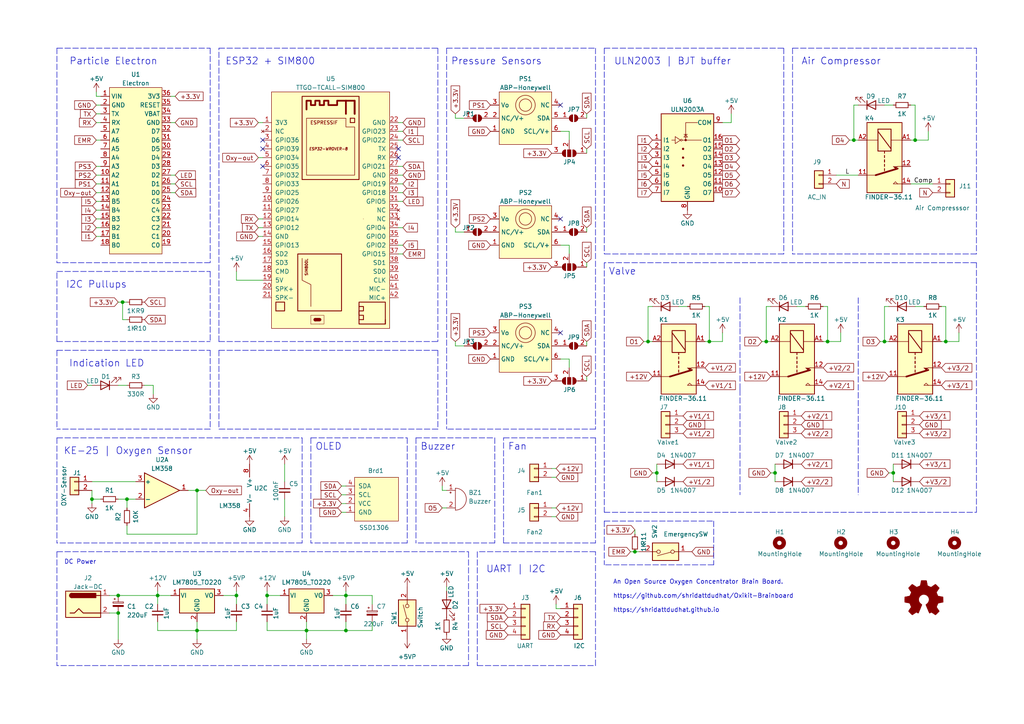
<source format=kicad_sch>
(kicad_sch (version 20210406) (generator eeschema)
  (paper "A4")
  (title_block (title "OxiKit-Brainboard") (date "2021-05-18") (rev "v1"))
  (junction (at 26.67 144.78) (diameter 0.9144))
  (junction (at 34.29 172.72) (diameter 0.9144))
  (junction (at 34.29 177.8) (diameter 0.9144))
  (junction (at 35.56 87.63) (diameter 0.9144))
  (junction (at 36.83 144.78) (diameter 0.9144))
  (junction (at 45.72 172.72) (diameter 0.9144))
  (junction (at 57.15 142.24) (diameter 0.9144))
  (junction (at 57.15 182.88) (diameter 0.9144))
  (junction (at 68.58 172.72) (diameter 0.9144))
  (junction (at 77.47 172.72) (diameter 0.9144))
  (junction (at 88.9 182.88) (diameter 0.9144))
  (junction (at 100.33 172.72) (diameter 0.9144))
  (junction (at 100.33 182.88) (diameter 0.9144))
  (junction (at 184.15 160.02) (diameter 0.9144))
  (junction (at 187.96 99.06) (diameter 0.9144))
  (junction (at 190.5 137.16) (diameter 0.9144))
  (junction (at 205.74 99.06) (diameter 0.9144))
  (junction (at 222.25 99.06) (diameter 0.9144))
  (junction (at 224.79 137.16) (diameter 0.9144))
  (junction (at 240.03 99.06) (diameter 0.9144))
  (junction (at 247.65 40.64) (diameter 0.9144))
  (junction (at 256.54 99.06) (diameter 0.9144))
  (junction (at 259.08 137.16) (diameter 0.9144))
  (junction (at 265.43 40.64) (diameter 0.9144))
  (junction (at 274.32 99.06) (diameter 0.9144))
  (no_connect (at 76.2 40.64))
  (no_connect (at 76.2 43.18))
  (no_connect (at 76.2 48.26))
  (no_connect (at 115.57 43.18))
  (no_connect (at 115.57 45.72))
  (no_connect (at 162.56 30.48))
  (no_connect (at 162.56 63.5))
  (no_connect (at 162.56 96.52))
  (wire (pts (xy 26.67 111.76) (xy 25.4 111.76)))
  (wire (pts (xy 26.67 139.7) (xy 39.37 139.7)))
  (wire (pts (xy 26.67 144.78) (xy 26.67 142.24)))
  (wire (pts (xy 26.67 144.78) (xy 29.21 144.78)))
  (wire (pts (xy 26.67 146.05) (xy 26.67 144.78)))
  (wire (pts (xy 27.94 26.67) (xy 27.94 27.94)))
  (wire (pts (xy 27.94 27.94) (xy 29.21 27.94)))
  (wire (pts (xy 27.94 30.48) (xy 29.21 30.48)))
  (wire (pts (xy 27.94 33.02) (xy 29.21 33.02)))
  (wire (pts (xy 27.94 35.56) (xy 29.21 35.56)))
  (wire (pts (xy 27.94 40.64) (xy 29.21 40.64)))
  (wire (pts (xy 27.94 48.26) (xy 29.21 48.26)))
  (wire (pts (xy 27.94 50.8) (xy 29.21 50.8)))
  (wire (pts (xy 27.94 53.34) (xy 29.21 53.34)))
  (wire (pts (xy 27.94 55.88) (xy 29.21 55.88)))
  (wire (pts (xy 27.94 58.42) (xy 29.21 58.42)))
  (wire (pts (xy 27.94 60.96) (xy 29.21 60.96)))
  (wire (pts (xy 27.94 63.5) (xy 29.21 63.5)))
  (wire (pts (xy 27.94 66.04) (xy 29.21 66.04)))
  (wire (pts (xy 27.94 68.58) (xy 29.21 68.58)))
  (wire (pts (xy 31.75 172.72) (xy 34.29 172.72)))
  (wire (pts (xy 31.75 177.8) (xy 34.29 177.8)))
  (wire (pts (xy 34.29 87.63) (xy 35.56 87.63)))
  (wire (pts (xy 34.29 111.76) (xy 36.83 111.76)))
  (wire (pts (xy 34.29 144.78) (xy 36.83 144.78)))
  (wire (pts (xy 34.29 172.72) (xy 45.72 172.72)))
  (wire (pts (xy 34.29 177.8) (xy 34.29 185.42)))
  (wire (pts (xy 35.56 87.63) (xy 36.83 87.63)))
  (wire (pts (xy 35.56 92.71) (xy 35.56 87.63)))
  (wire (pts (xy 36.83 92.71) (xy 35.56 92.71)))
  (wire (pts (xy 36.83 144.78) (xy 36.83 147.32)))
  (wire (pts (xy 36.83 144.78) (xy 39.37 144.78)))
  (wire (pts (xy 36.83 152.4) (xy 36.83 154.94)))
  (wire (pts (xy 36.83 154.94) (xy 57.15 154.94)))
  (wire (pts (xy 41.91 111.76) (xy 44.45 111.76)))
  (wire (pts (xy 44.45 114.3) (xy 44.45 111.76)))
  (wire (pts (xy 45.72 171.45) (xy 45.72 172.72)))
  (wire (pts (xy 45.72 172.72) (xy 45.72 175.26)))
  (wire (pts (xy 45.72 172.72) (xy 49.53 172.72)))
  (wire (pts (xy 45.72 180.34) (xy 45.72 182.88)))
  (wire (pts (xy 45.72 182.88) (xy 57.15 182.88)))
  (wire (pts (xy 49.53 27.94) (xy 50.8 27.94)))
  (wire (pts (xy 49.53 35.56) (xy 50.8 35.56)))
  (wire (pts (xy 49.53 53.34) (xy 50.8 53.34)))
  (wire (pts (xy 49.53 55.88) (xy 50.8 55.88)))
  (wire (pts (xy 50.8 50.8) (xy 49.53 50.8)))
  (wire (pts (xy 57.15 142.24) (xy 54.61 142.24)))
  (wire (pts (xy 57.15 142.24) (xy 57.15 154.94)))
  (wire (pts (xy 57.15 180.34) (xy 57.15 182.88)))
  (wire (pts (xy 57.15 182.88) (xy 57.15 185.42)))
  (wire (pts (xy 59.69 142.24) (xy 57.15 142.24)))
  (wire (pts (xy 64.77 172.72) (xy 68.58 172.72)))
  (wire (pts (xy 68.58 78.74) (xy 68.58 81.28)))
  (wire (pts (xy 68.58 81.28) (xy 76.2 81.28)))
  (wire (pts (xy 68.58 171.45) (xy 68.58 172.72)))
  (wire (pts (xy 68.58 172.72) (xy 68.58 175.26)))
  (wire (pts (xy 68.58 180.34) (xy 68.58 182.88)))
  (wire (pts (xy 68.58 182.88) (xy 57.15 182.88)))
  (wire (pts (xy 74.93 35.56) (xy 76.2 35.56)))
  (wire (pts (xy 74.93 45.72) (xy 76.2 45.72)))
  (wire (pts (xy 74.93 63.5) (xy 76.2 63.5)))
  (wire (pts (xy 74.93 66.04) (xy 76.2 66.04)))
  (wire (pts (xy 74.93 68.58) (xy 76.2 68.58)))
  (wire (pts (xy 77.47 171.45) (xy 77.47 172.72)))
  (wire (pts (xy 77.47 172.72) (xy 77.47 175.26)))
  (wire (pts (xy 77.47 172.72) (xy 81.28 172.72)))
  (wire (pts (xy 77.47 180.34) (xy 77.47 182.88)))
  (wire (pts (xy 77.47 182.88) (xy 88.9 182.88)))
  (wire (pts (xy 82.55 134.62) (xy 82.55 139.7)))
  (wire (pts (xy 82.55 144.78) (xy 82.55 149.86)))
  (wire (pts (xy 88.9 180.34) (xy 88.9 182.88)))
  (wire (pts (xy 88.9 182.88) (xy 88.9 185.42)))
  (wire (pts (xy 96.52 172.72) (xy 100.33 172.72)))
  (wire (pts (xy 99.06 140.97) (xy 100.33 140.97)))
  (wire (pts (xy 99.06 143.51) (xy 100.33 143.51)))
  (wire (pts (xy 99.06 146.05) (xy 100.33 146.05)))
  (wire (pts (xy 99.06 148.59) (xy 100.33 148.59)))
  (wire (pts (xy 100.33 171.45) (xy 100.33 172.72)))
  (wire (pts (xy 100.33 172.72) (xy 100.33 175.26)))
  (wire (pts (xy 100.33 180.34) (xy 100.33 182.88)))
  (wire (pts (xy 100.33 182.88) (xy 88.9 182.88)))
  (wire (pts (xy 107.95 172.72) (xy 100.33 172.72)))
  (wire (pts (xy 107.95 175.26) (xy 107.95 172.72)))
  (wire (pts (xy 107.95 180.34) (xy 107.95 182.88)))
  (wire (pts (xy 107.95 182.88) (xy 100.33 182.88)))
  (wire (pts (xy 115.57 35.56) (xy 116.84 35.56)))
  (wire (pts (xy 115.57 40.64) (xy 116.84 40.64)))
  (wire (pts (xy 115.57 48.26) (xy 116.84 48.26)))
  (wire (pts (xy 115.57 50.8) (xy 116.84 50.8)))
  (wire (pts (xy 115.57 58.42) (xy 116.84 58.42)))
  (wire (pts (xy 115.57 66.04) (xy 116.84 66.04)))
  (wire (pts (xy 115.57 71.12) (xy 116.84 71.12)))
  (wire (pts (xy 115.57 73.66) (xy 116.84 73.66)))
  (wire (pts (xy 116.84 38.1) (xy 115.57 38.1)))
  (wire (pts (xy 116.84 53.34) (xy 115.57 53.34)))
  (wire (pts (xy 116.84 55.88) (xy 115.57 55.88)))
  (wire (pts (xy 128.27 140.97) (xy 128.27 142.24)))
  (wire (pts (xy 128.27 142.24) (xy 129.54 142.24)))
  (wire (pts (xy 128.27 147.32) (xy 129.54 147.32)))
  (wire (pts (xy 129.54 170.18) (xy 129.54 171.45)))
  (wire (pts (xy 132.08 33.02) (xy 132.08 34.29)))
  (wire (pts (xy 132.08 34.29) (xy 134.62 34.29)))
  (wire (pts (xy 132.08 66.04) (xy 132.08 67.31)))
  (wire (pts (xy 132.08 67.31) (xy 134.62 67.31)))
  (wire (pts (xy 132.08 99.06) (xy 132.08 100.33)))
  (wire (pts (xy 132.08 100.33) (xy 134.62 100.33)))
  (wire (pts (xy 160.02 135.89) (xy 161.29 135.89)))
  (wire (pts (xy 160.02 138.43) (xy 161.29 138.43)))
  (wire (pts (xy 160.02 147.32) (xy 161.29 147.32)))
  (wire (pts (xy 160.02 149.86) (xy 161.29 149.86)))
  (wire (pts (xy 161.29 175.26) (xy 161.29 176.53)))
  (wire (pts (xy 161.29 176.53) (xy 162.56 176.53)))
  (wire (pts (xy 165.1 38.1) (xy 162.56 38.1)))
  (wire (pts (xy 165.1 40.64) (xy 165.1 38.1)))
  (wire (pts (xy 165.1 71.12) (xy 162.56 71.12)))
  (wire (pts (xy 165.1 73.66) (xy 165.1 71.12)))
  (wire (pts (xy 165.1 104.14) (xy 162.56 104.14)))
  (wire (pts (xy 165.1 106.68) (xy 165.1 104.14)))
  (wire (pts (xy 170.18 33.02) (xy 170.18 34.29)))
  (wire (pts (xy 170.18 43.18) (xy 170.18 44.45)))
  (wire (pts (xy 170.18 66.04) (xy 170.18 67.31)))
  (wire (pts (xy 170.18 76.2) (xy 170.18 77.47)))
  (wire (pts (xy 170.18 99.06) (xy 170.18 100.33)))
  (wire (pts (xy 170.18 109.22) (xy 170.18 110.49)))
  (wire (pts (xy 182.88 160.02) (xy 184.15 160.02)))
  (wire (pts (xy 184.15 153.67) (xy 184.15 154.94)))
  (wire (pts (xy 184.15 160.02) (xy 185.42 160.02)))
  (wire (pts (xy 186.69 99.06) (xy 187.96 99.06)))
  (wire (pts (xy 187.96 88.9) (xy 187.96 99.06)))
  (wire (pts (xy 187.96 99.06) (xy 189.23 99.06)))
  (wire (pts (xy 189.23 88.9) (xy 187.96 88.9)))
  (wire (pts (xy 190.5 137.16) (xy 189.23 137.16)))
  (wire (pts (xy 190.5 137.16) (xy 190.5 134.62)))
  (wire (pts (xy 190.5 139.7) (xy 190.5 137.16)))
  (wire (pts (xy 196.85 88.9) (xy 199.39 88.9)))
  (wire (pts (xy 204.47 88.9) (xy 205.74 88.9)))
  (wire (pts (xy 205.74 88.9) (xy 205.74 99.06)))
  (wire (pts (xy 205.74 99.06) (xy 204.47 99.06)))
  (wire (pts (xy 205.74 99.06) (xy 209.55 99.06)))
  (wire (pts (xy 209.55 35.56) (xy 212.09 35.56)))
  (wire (pts (xy 209.55 96.52) (xy 209.55 99.06)))
  (wire (pts (xy 212.09 33.02) (xy 212.09 35.56)))
  (wire (pts (xy 220.98 99.06) (xy 222.25 99.06)))
  (wire (pts (xy 222.25 88.9) (xy 222.25 99.06)))
  (wire (pts (xy 222.25 99.06) (xy 223.52 99.06)))
  (wire (pts (xy 223.52 88.9) (xy 222.25 88.9)))
  (wire (pts (xy 224.79 137.16) (xy 223.52 137.16)))
  (wire (pts (xy 224.79 137.16) (xy 224.79 134.62)))
  (wire (pts (xy 224.79 139.7) (xy 224.79 137.16)))
  (wire (pts (xy 231.14 88.9) (xy 233.68 88.9)))
  (wire (pts (xy 238.76 88.9) (xy 240.03 88.9)))
  (wire (pts (xy 240.03 88.9) (xy 240.03 99.06)))
  (wire (pts (xy 240.03 99.06) (xy 238.76 99.06)))
  (wire (pts (xy 242.57 50.8) (xy 248.92 50.8)))
  (wire (pts (xy 243.84 96.52) (xy 243.84 99.06)))
  (wire (pts (xy 243.84 99.06) (xy 240.03 99.06)))
  (wire (pts (xy 246.38 40.64) (xy 247.65 40.64)))
  (wire (pts (xy 247.65 30.48) (xy 247.65 40.64)))
  (wire (pts (xy 247.65 40.64) (xy 248.92 40.64)))
  (wire (pts (xy 248.92 30.48) (xy 247.65 30.48)))
  (wire (pts (xy 255.27 99.06) (xy 256.54 99.06)))
  (wire (pts (xy 256.54 30.48) (xy 259.08 30.48)))
  (wire (pts (xy 256.54 88.9) (xy 256.54 99.06)))
  (wire (pts (xy 256.54 99.06) (xy 257.81 99.06)))
  (wire (pts (xy 257.81 88.9) (xy 256.54 88.9)))
  (wire (pts (xy 259.08 137.16) (xy 257.81 137.16)))
  (wire (pts (xy 259.08 137.16) (xy 259.08 134.62)))
  (wire (pts (xy 259.08 139.7) (xy 259.08 137.16)))
  (wire (pts (xy 264.16 30.48) (xy 265.43 30.48)))
  (wire (pts (xy 264.16 40.64) (xy 265.43 40.64)))
  (wire (pts (xy 264.16 53.34) (xy 270.51 53.34)))
  (wire (pts (xy 265.43 30.48) (xy 265.43 40.64)))
  (wire (pts (xy 265.43 40.64) (xy 269.24 40.64)))
  (wire (pts (xy 265.43 88.9) (xy 267.97 88.9)))
  (wire (pts (xy 269.24 38.1) (xy 269.24 40.64)))
  (wire (pts (xy 273.05 88.9) (xy 274.32 88.9)))
  (wire (pts (xy 274.32 88.9) (xy 274.32 99.06)))
  (wire (pts (xy 274.32 99.06) (xy 273.05 99.06)))
  (wire (pts (xy 278.13 96.52) (xy 278.13 99.06)))
  (wire (pts (xy 278.13 99.06) (xy 274.32 99.06)))
  (polyline (pts (xy 16.51 13.97) (xy 16.51 76.2)) (stroke (width 0) (type dash)))
  (polyline (pts (xy 16.51 13.97) (xy 60.96 13.97)) (stroke (width 0) (type dash)))
  (polyline (pts (xy 16.51 78.74) (xy 60.96 78.74)) (stroke (width 0) (type dash)))
  (polyline (pts (xy 16.51 99.06) (xy 16.51 78.74)) (stroke (width 0) (type dash)))
  (polyline (pts (xy 16.51 99.06) (xy 60.96 99.06)) (stroke (width 0) (type dash)))
  (polyline (pts (xy 16.51 101.6) (xy 16.51 124.46)) (stroke (width 0) (type dash)))
  (polyline (pts (xy 16.51 101.6) (xy 60.96 101.6)) (stroke (width 0) (type dash)))
  (polyline (pts (xy 16.51 127) (xy 16.51 157.48)) (stroke (width 0) (type dash)))
  (polyline (pts (xy 16.51 127) (xy 87.63 127)) (stroke (width 0) (type dash)))
  (polyline (pts (xy 16.51 160.02) (xy 16.51 193.04)) (stroke (width 0) (type dash)))
  (polyline (pts (xy 16.51 160.02) (xy 135.89 160.02)) (stroke (width 0) (type dash)))
  (polyline (pts (xy 60.96 13.97) (xy 60.96 76.2)) (stroke (width 0) (type dash)))
  (polyline (pts (xy 60.96 76.2) (xy 16.51 76.2)) (stroke (width 0) (type dash)))
  (polyline (pts (xy 60.96 78.74) (xy 60.96 99.06)) (stroke (width 0) (type dash)))
  (polyline (pts (xy 60.96 101.6) (xy 60.96 124.46)) (stroke (width 0) (type dash)))
  (polyline (pts (xy 60.96 124.46) (xy 16.51 124.46)) (stroke (width 0) (type dash)))
  (polyline (pts (xy 63.5 13.97) (xy 127 13.97)) (stroke (width 0) (type dash)))
  (polyline (pts (xy 63.5 99.06) (xy 63.5 13.97)) (stroke (width 0) (type dash)))
  (polyline (pts (xy 63.5 99.06) (xy 127 99.06)) (stroke (width 0) (type dash)))
  (polyline (pts (xy 63.5 101.6) (xy 63.5 124.46)) (stroke (width 0) (type dash)))
  (polyline (pts (xy 63.5 101.6) (xy 127 101.6)) (stroke (width 0) (type dash)))
  (polyline (pts (xy 87.63 127) (xy 87.63 157.48)) (stroke (width 0) (type dash)))
  (polyline (pts (xy 87.63 157.48) (xy 16.51 157.48)) (stroke (width 0) (type dash)))
  (polyline (pts (xy 90.17 127) (xy 90.17 157.48)) (stroke (width 0) (type dash)))
  (polyline (pts (xy 90.17 127) (xy 118.11 127)) (stroke (width 0) (type dash)))
  (polyline (pts (xy 118.11 127) (xy 118.11 157.48)) (stroke (width 0) (type dash)))
  (polyline (pts (xy 118.11 157.48) (xy 90.17 157.48)) (stroke (width 0) (type dash)))
  (polyline (pts (xy 120.65 127) (xy 120.65 157.48)) (stroke (width 0) (type dash)))
  (polyline (pts (xy 120.65 127) (xy 143.51 127)) (stroke (width 0) (type dash)))
  (polyline (pts (xy 127 13.97) (xy 127 99.06)) (stroke (width 0) (type dash)))
  (polyline (pts (xy 127 101.6) (xy 127 124.46)) (stroke (width 0) (type dash)))
  (polyline (pts (xy 127 124.46) (xy 63.5 124.46)) (stroke (width 0) (type dash)))
  (polyline (pts (xy 129.54 13.97) (xy 129.54 124.46)) (stroke (width 0) (type dash)))
  (polyline (pts (xy 129.54 13.97) (xy 172.72 13.97)) (stroke (width 0) (type dash)))
  (polyline (pts (xy 135.89 160.02) (xy 135.89 193.04)) (stroke (width 0) (type dash)))
  (polyline (pts (xy 135.89 193.04) (xy 16.51 193.04)) (stroke (width 0) (type dash)))
  (polyline (pts (xy 138.43 160.02) (xy 138.43 193.04)) (stroke (width 0) (type dash)))
  (polyline (pts (xy 138.43 193.04) (xy 172.72 193.04)) (stroke (width 0) (type dash)))
  (polyline (pts (xy 143.51 127) (xy 143.51 157.48)) (stroke (width 0) (type dash)))
  (polyline (pts (xy 143.51 157.48) (xy 120.65 157.48)) (stroke (width 0) (type dash)))
  (polyline (pts (xy 146.05 127) (xy 172.72 127)) (stroke (width 0) (type dash)))
  (polyline (pts (xy 146.05 157.48) (xy 146.05 127)) (stroke (width 0) (type dash)))
  (polyline (pts (xy 146.05 157.48) (xy 172.72 157.48)) (stroke (width 0) (type dash)))
  (polyline (pts (xy 172.72 13.97) (xy 172.72 124.46)) (stroke (width 0) (type dash)))
  (polyline (pts (xy 172.72 124.46) (xy 129.54 124.46)) (stroke (width 0) (type dash)))
  (polyline (pts (xy 172.72 127) (xy 172.72 157.48)) (stroke (width 0) (type dash)))
  (polyline (pts (xy 172.72 160.02) (xy 138.43 160.02)) (stroke (width 0) (type dash)))
  (polyline (pts (xy 172.72 193.04) (xy 172.72 160.02)) (stroke (width 0) (type dash)))
  (polyline (pts (xy 175.26 13.97) (xy 175.26 73.66)) (stroke (width 0) (type dash)))
  (polyline (pts (xy 175.26 13.97) (xy 227.33 13.97)) (stroke (width 0) (type dash)))
  (polyline (pts (xy 175.26 76.2) (xy 175.26 87.63)) (stroke (width 0) (type dash)))
  (polyline (pts (xy 175.26 87.63) (xy 175.26 148.59)) (stroke (width 0) (type dash)))
  (polyline (pts (xy 175.26 148.59) (xy 283.21 148.59)) (stroke (width 0) (type dash)))
  (polyline (pts (xy 175.26 151.13) (xy 175.26 163.83)) (stroke (width 0) (type dash)))
  (polyline (pts (xy 175.26 151.13) (xy 207.01 151.13)) (stroke (width 0) (type dash)))
  (polyline (pts (xy 207.01 151.13) (xy 207.01 163.83)) (stroke (width 0) (type dash)))
  (polyline (pts (xy 207.01 163.83) (xy 175.26 163.83)) (stroke (width 0) (type dash)))
  (polyline (pts (xy 214.63 86.36) (xy 214.63 95.25)) (stroke (width 0) (type dash)))
  (polyline (pts (xy 214.63 95.25) (xy 214.63 113.03)) (stroke (width 0) (type dash)))
  (polyline (pts (xy 214.63 113.03) (xy 214.63 143.51)) (stroke (width 0) (type dash)))
  (polyline (pts (xy 227.33 13.97) (xy 227.33 73.66)) (stroke (width 0) (type dash)))
  (polyline (pts (xy 227.33 73.66) (xy 175.26 73.66)) (stroke (width 0) (type dash)))
  (polyline (pts (xy 229.87 13.97) (xy 229.87 73.66)) (stroke (width 0) (type dash)))
  (polyline (pts (xy 229.87 13.97) (xy 283.21 13.97)) (stroke (width 0) (type dash)))
  (polyline (pts (xy 248.92 86.36) (xy 248.92 143.51)) (stroke (width 0) (type dash)))
  (polyline (pts (xy 283.21 13.97) (xy 283.21 73.66)) (stroke (width 0) (type dash)))
  (polyline (pts (xy 283.21 73.66) (xy 229.87 73.66)) (stroke (width 0) (type dash)))
  (polyline (pts (xy 283.21 76.2) (xy 175.26 76.2)) (stroke (width 0) (type dash)))
  (polyline (pts (xy 283.21 148.59) (xy 283.21 76.2)) (stroke (width 0) (type dash)))
  (text "DC Power" (at 27.94 163.83 180) (effects (font (size 1.27 1.27)) (justify right bottom)))
  (text "I2C Pullups" (at 36.83 83.82 180) (effects (font (size 2 2)) (justify right bottom)))
  (text "Indication LED" (at 41.91 106.68 180) (effects (font (size 2 2)) (justify right bottom)))
  (text "Particle Electron" (at 45.72 19.05 180) (effects (font (size 2 2)) (justify right bottom)))
  (text "KE-25 | Oxygen Sensor" (at 55.88 132.08 180) (effects (font (size 2 2)) (justify right bottom)))
  (text "ESP32 + SIM800" (at 91.44 19.05 180) (effects (font (size 2 2)) (justify right bottom)))
  (text "OLED" (at 91.44 130.81 0) (effects (font (size 2 2)) (justify left bottom)))
  (text "Buzzer" (at 121.92 130.81 0) (effects (font (size 2 2)) (justify left bottom)))
  (text "Pressure Sensors" (at 130.81 19.05 0) (effects (font (size 2 2)) (justify left bottom)))
  (text "UART | I2C" (at 140.97 166.37 0) (effects (font (size 2 2)) (justify left bottom)))
  (text "Fan" (at 147.32 130.81 0) (effects (font (size 2 2)) (justify left bottom)))
  (text "Valve" (at 176.53 80.01 0) (effects (font (size 2 2)) (justify left bottom)))
  (text "An Open Source Oxygen Concentrator Brain Board.\n\nhttps://github.com/shridattdudhat/Oxikit-Brainboard\n\nhttps://shridattdudhat.github.io" (at 177.8 177.8 0) (effects (font (size 1.27 1.27)) (justify left bottom)))
  (text "ULN2003 | BJT buffer" (at 212.09 19.05 180) (effects (font (size 2 2)) (justify right bottom)))
  (text "Air Compressor" (at 232.41 19.05 0) (effects (font (size 2 2)) (justify left bottom)))
  (label "L" (at 246.38 50.8 180))
  (label "Comp" (at 270.51 53.34 180))
  (global_label "LED" (shape input) (at 25.4 111.76 180) (property "Intersheet References" "${INTERSHEET_REFS}" (effects hide)))
  (global_label "GND" (shape input) (at 27.94 30.48 180) (property "Intersheet References" "${INTERSHEET_REFS}" (effects hide)))
  (global_label "TX" (shape input) (at 27.94 33.02 180) (property "Intersheet References" "${INTERSHEET_REFS}" (effects hide)))
  (global_label "RX" (shape input) (at 27.94 35.56 180) (property "Intersheet References" "${INTERSHEET_REFS}" (effects hide)))
  (global_label "EMR" (shape input) (at 27.94 40.64 180) (property "Intersheet References" "${INTERSHEET_REFS}" (effects hide)))
  (global_label "PS3" (shape input) (at 27.94 48.26 180) (property "Intersheet References" "${INTERSHEET_REFS}" (effects hide)))
  (global_label "PS2" (shape input) (at 27.94 50.8 180) (property "Intersheet References" "${INTERSHEET_REFS}" (effects hide)))
  (global_label "PS1" (shape input) (at 27.94 53.34 180) (property "Intersheet References" "${INTERSHEET_REFS}" (effects hide)))
  (global_label "Oxy-out" (shape input) (at 27.94 55.88 180) (property "Intersheet References" "${INTERSHEET_REFS}" (effects hide)))
  (global_label "I5" (shape input) (at 27.94 58.42 180) (property "Intersheet References" "${INTERSHEET_REFS}" (effects hide)))
  (global_label "I4" (shape input) (at 27.94 60.96 180) (property "Intersheet References" "${INTERSHEET_REFS}" (effects hide)))
  (global_label "I3" (shape input) (at 27.94 63.5 180) (property "Intersheet References" "${INTERSHEET_REFS}" (effects hide)))
  (global_label "I2" (shape input) (at 27.94 66.04 180) (property "Intersheet References" "${INTERSHEET_REFS}" (effects hide)))
  (global_label "I1" (shape input) (at 27.94 68.58 180) (property "Intersheet References" "${INTERSHEET_REFS}" (effects hide)))
  (global_label "+3.3V" (shape input) (at 34.29 87.63 180) (property "Intersheet References" "${INTERSHEET_REFS}" (effects hide)))
  (global_label "SCL" (shape input) (at 41.91 87.63 0) (property "Intersheet References" "${INTERSHEET_REFS}" (effects hide)))
  (global_label "SDA" (shape input) (at 41.91 92.71 0) (property "Intersheet References" "${INTERSHEET_REFS}" (effects hide)))
  (global_label "+3.3V" (shape input) (at 50.8 27.94 0) (property "Intersheet References" "${INTERSHEET_REFS}" (effects hide)))
  (global_label "GND" (shape input) (at 50.8 35.56 0) (property "Intersheet References" "${INTERSHEET_REFS}" (effects hide)))
  (global_label "LED" (shape input) (at 50.8 50.8 0) (property "Intersheet References" "${INTERSHEET_REFS}" (effects hide)))
  (global_label "SCL" (shape input) (at 50.8 53.34 0) (property "Intersheet References" "${INTERSHEET_REFS}" (effects hide)))
  (global_label "SDA" (shape input) (at 50.8 55.88 0) (property "Intersheet References" "${INTERSHEET_REFS}" (effects hide)))
  (global_label "Oxy-out" (shape input) (at 59.69 142.24 0) (property "Intersheet References" "${INTERSHEET_REFS}" (effects hide)))
  (global_label "+3.3V" (shape input) (at 74.93 35.56 180) (property "Intersheet References" "${INTERSHEET_REFS}" (effects hide)))
  (global_label "Oxy-out" (shape input) (at 74.93 45.72 180) (property "Intersheet References" "${INTERSHEET_REFS}" (effects hide)))
  (global_label "RX" (shape input) (at 74.93 63.5 180) (property "Intersheet References" "${INTERSHEET_REFS}" (effects hide)))
  (global_label "TX" (shape input) (at 74.93 66.04 180) (property "Intersheet References" "${INTERSHEET_REFS}" (effects hide)))
  (global_label "GND" (shape input) (at 74.93 68.58 180) (property "Intersheet References" "${INTERSHEET_REFS}" (effects hide)))
  (global_label "SDA" (shape input) (at 99.06 140.97 180) (property "Intersheet References" "${INTERSHEET_REFS}" (effects hide)))
  (global_label "SCL" (shape input) (at 99.06 143.51 180) (property "Intersheet References" "${INTERSHEET_REFS}" (effects hide)))
  (global_label "+3.3V" (shape input) (at 99.06 146.05 180) (property "Intersheet References" "${INTERSHEET_REFS}" (effects hide)))
  (global_label "GND" (shape input) (at 99.06 148.59 180) (property "Intersheet References" "${INTERSHEET_REFS}" (effects hide)))
  (global_label "GND" (shape input) (at 116.84 35.56 0) (property "Intersheet References" "${INTERSHEET_REFS}" (effects hide)))
  (global_label "I1" (shape input) (at 116.84 38.1 0) (property "Intersheet References" "${INTERSHEET_REFS}" (effects hide)))
  (global_label "SCL" (shape input) (at 116.84 40.64 0) (property "Intersheet References" "${INTERSHEET_REFS}" (effects hide)))
  (global_label "SDA" (shape input) (at 116.84 48.26 0) (property "Intersheet References" "${INTERSHEET_REFS}" (effects hide)))
  (global_label "GND" (shape input) (at 116.84 50.8 0) (property "Intersheet References" "${INTERSHEET_REFS}" (effects hide)))
  (global_label "I2" (shape input) (at 116.84 53.34 0) (property "Intersheet References" "${INTERSHEET_REFS}" (effects hide)))
  (global_label "I3" (shape input) (at 116.84 55.88 0) (property "Intersheet References" "${INTERSHEET_REFS}" (effects hide)))
  (global_label "LED" (shape input) (at 116.84 58.42 0) (property "Intersheet References" "${INTERSHEET_REFS}" (effects hide)))
  (global_label "I4" (shape input) (at 116.84 66.04 0) (property "Intersheet References" "${INTERSHEET_REFS}" (effects hide)))
  (global_label "I5" (shape input) (at 116.84 71.12 0) (property "Intersheet References" "${INTERSHEET_REFS}" (effects hide)))
  (global_label "EMR" (shape input) (at 116.84 73.66 0) (property "Intersheet References" "${INTERSHEET_REFS}" (effects hide)))
  (global_label "O5" (shape input) (at 128.27 147.32 180) (property "Intersheet References" "${INTERSHEET_REFS}" (effects hide)))
  (global_label "+3.3V" (shape input) (at 132.08 33.02 90) (property "Intersheet References" "${INTERSHEET_REFS}" (effects hide)))
  (global_label "+3.3V" (shape input) (at 132.08 66.04 90) (property "Intersheet References" "${INTERSHEET_REFS}" (effects hide)))
  (global_label "+3.3V" (shape input) (at 132.08 99.06 90) (property "Intersheet References" "${INTERSHEET_REFS}" (effects hide)))
  (global_label "PS1" (shape input) (at 142.24 30.48 180) (property "Intersheet References" "${INTERSHEET_REFS}" (effects hide)))
  (global_label "GND" (shape input) (at 142.24 38.1 180) (property "Intersheet References" "${INTERSHEET_REFS}" (effects hide)))
  (global_label "PS2" (shape input) (at 142.24 63.5 180) (property "Intersheet References" "${INTERSHEET_REFS}" (effects hide)))
  (global_label "GND" (shape input) (at 142.24 71.12 180) (property "Intersheet References" "${INTERSHEET_REFS}" (effects hide)))
  (global_label "PS3" (shape input) (at 142.24 96.52 180) (property "Intersheet References" "${INTERSHEET_REFS}" (effects hide)))
  (global_label "GND" (shape input) (at 142.24 104.14 180) (property "Intersheet References" "${INTERSHEET_REFS}" (effects hide)))
  (global_label "+3.3V" (shape input) (at 147.32 176.53 180) (property "Intersheet References" "${INTERSHEET_REFS}" (effects hide)))
  (global_label "SDA" (shape input) (at 147.32 179.07 180) (property "Intersheet References" "${INTERSHEET_REFS}" (effects hide)))
  (global_label "SCL" (shape input) (at 147.32 181.61 180) (property "Intersheet References" "${INTERSHEET_REFS}" (effects hide)))
  (global_label "GND" (shape input) (at 147.32 184.15 180) (property "Intersheet References" "${INTERSHEET_REFS}" (effects hide)))
  (global_label "+3.3V" (shape input) (at 160.02 44.45 180) (property "Intersheet References" "${INTERSHEET_REFS}" (effects hide)))
  (global_label "+3.3V" (shape input) (at 160.02 77.47 180) (property "Intersheet References" "${INTERSHEET_REFS}" (effects hide)))
  (global_label "+3.3V" (shape input) (at 160.02 110.49 180) (property "Intersheet References" "${INTERSHEET_REFS}" (effects hide)))
  (global_label "+12V" (shape input) (at 161.29 135.89 0) (property "Intersheet References" "${INTERSHEET_REFS}" (effects hide)))
  (global_label "GND" (shape input) (at 161.29 138.43 0) (property "Intersheet References" "${INTERSHEET_REFS}" (effects hide)))
  (global_label "+12V" (shape input) (at 161.29 147.32 0) (property "Intersheet References" "${INTERSHEET_REFS}" (effects hide)))
  (global_label "GND" (shape input) (at 161.29 149.86 0) (property "Intersheet References" "${INTERSHEET_REFS}" (effects hide)))
  (global_label "TX" (shape input) (at 162.56 179.07 180) (property "Intersheet References" "${INTERSHEET_REFS}" (effects hide)))
  (global_label "RX" (shape input) (at 162.56 181.61 180) (property "Intersheet References" "${INTERSHEET_REFS}" (effects hide)))
  (global_label "GND" (shape input) (at 162.56 184.15 180) (property "Intersheet References" "${INTERSHEET_REFS}" (effects hide)))
  (global_label "SDA" (shape input) (at 170.18 33.02 90) (property "Intersheet References" "${INTERSHEET_REFS}" (effects hide)))
  (global_label "SCL" (shape input) (at 170.18 43.18 90) (property "Intersheet References" "${INTERSHEET_REFS}" (effects hide)))
  (global_label "SDA" (shape input) (at 170.18 66.04 90) (property "Intersheet References" "${INTERSHEET_REFS}" (effects hide)))
  (global_label "SCL" (shape input) (at 170.18 76.2 90) (property "Intersheet References" "${INTERSHEET_REFS}" (effects hide)))
  (global_label "SDA" (shape input) (at 170.18 99.06 90) (property "Intersheet References" "${INTERSHEET_REFS}" (effects hide)))
  (global_label "SCL" (shape input) (at 170.18 109.22 90) (property "Intersheet References" "${INTERSHEET_REFS}" (effects hide)))
  (global_label "EMR" (shape input) (at 182.88 160.02 180) (property "Intersheet References" "${INTERSHEET_REFS}" (effects hide)))
  (global_label "+3.3V" (shape input) (at 184.15 153.67 180) (property "Intersheet References" "${INTERSHEET_REFS}" (effects hide)))
  (global_label "O1" (shape input) (at 186.69 99.06 180) (property "Intersheet References" "${INTERSHEET_REFS}" (effects hide)))
  (global_label "I1" (shape input) (at 189.23 40.64 180) (property "Intersheet References" "${INTERSHEET_REFS}" (effects hide)))
  (global_label "I2" (shape input) (at 189.23 43.18 180) (property "Intersheet References" "${INTERSHEET_REFS}" (effects hide)))
  (global_label "I3" (shape input) (at 189.23 45.72 180) (property "Intersheet References" "${INTERSHEET_REFS}" (effects hide)))
  (global_label "I4" (shape input) (at 189.23 48.26 180) (property "Intersheet References" "${INTERSHEET_REFS}" (effects hide)))
  (global_label "I5" (shape input) (at 189.23 50.8 180) (property "Intersheet References" "${INTERSHEET_REFS}" (effects hide)))
  (global_label "I6" (shape input) (at 189.23 53.34 180) (property "Intersheet References" "${INTERSHEET_REFS}" (effects hide)))
  (global_label "I7" (shape input) (at 189.23 55.88 180) (property "Intersheet References" "${INTERSHEET_REFS}" (effects hide)))
  (global_label "+12V" (shape input) (at 189.23 109.22 180) (property "Intersheet References" "${INTERSHEET_REFS}" (effects hide)))
  (global_label "GND" (shape input) (at 189.23 137.16 180) (property "Intersheet References" "${INTERSHEET_REFS}" (effects hide)))
  (global_label "+V1{slash}1" (shape input) (at 198.12 120.65 0) (property "Intersheet References" "${INTERSHEET_REFS}" (effects hide)))
  (global_label "GND" (shape input) (at 198.12 123.19 0) (property "Intersheet References" "${INTERSHEET_REFS}" (effects hide)))
  (global_label "+V1{slash}2" (shape input) (at 198.12 125.73 0) (property "Intersheet References" "${INTERSHEET_REFS}" (effects hide)))
  (global_label "+V1{slash}1" (shape input) (at 198.12 134.62 0) (property "Intersheet References" "${INTERSHEET_REFS}" (effects hide)))
  (global_label "+V1{slash}2" (shape input) (at 198.12 139.7 0) (property "Intersheet References" "${INTERSHEET_REFS}" (effects hide)))
  (global_label "GND" (shape input) (at 200.66 160.02 0) (property "Intersheet References" "${INTERSHEET_REFS}" (effects hide)))
  (global_label "+V1{slash}2" (shape input) (at 204.47 106.68 0) (property "Intersheet References" "${INTERSHEET_REFS}" (effects hide)))
  (global_label "+V1{slash}1" (shape input) (at 204.47 111.76 0) (property "Intersheet References" "${INTERSHEET_REFS}" (effects hide)))
  (global_label "O1" (shape output) (at 209.55 40.64 0) (property "Intersheet References" "${INTERSHEET_REFS}" (effects hide)))
  (global_label "O2" (shape output) (at 209.55 43.18 0) (property "Intersheet References" "${INTERSHEET_REFS}" (effects hide)))
  (global_label "O3" (shape output) (at 209.55 45.72 0) (property "Intersheet References" "${INTERSHEET_REFS}" (effects hide)))
  (global_label "O4" (shape output) (at 209.55 48.26 0) (property "Intersheet References" "${INTERSHEET_REFS}" (effects hide)))
  (global_label "O5" (shape output) (at 209.55 50.8 0) (property "Intersheet References" "${INTERSHEET_REFS}" (effects hide)))
  (global_label "O6" (shape output) (at 209.55 53.34 0) (property "Intersheet References" "${INTERSHEET_REFS}" (effects hide)))
  (global_label "O7" (shape output) (at 209.55 55.88 0) (property "Intersheet References" "${INTERSHEET_REFS}" (effects hide)))
  (global_label "O2" (shape input) (at 220.98 99.06 180) (property "Intersheet References" "${INTERSHEET_REFS}" (effects hide)))
  (global_label "+12V" (shape input) (at 223.52 109.22 180) (property "Intersheet References" "${INTERSHEET_REFS}" (effects hide)))
  (global_label "GND" (shape input) (at 223.52 137.16 180) (property "Intersheet References" "${INTERSHEET_REFS}" (effects hide)))
  (global_label "+V2{slash}1" (shape input) (at 232.41 120.65 0) (property "Intersheet References" "${INTERSHEET_REFS}" (effects hide)))
  (global_label "GND" (shape input) (at 232.41 123.19 0) (property "Intersheet References" "${INTERSHEET_REFS}" (effects hide)))
  (global_label "+V2{slash}2" (shape input) (at 232.41 125.73 0) (property "Intersheet References" "${INTERSHEET_REFS}" (effects hide)))
  (global_label "+V2{slash}1" (shape input) (at 232.41 134.62 0) (property "Intersheet References" "${INTERSHEET_REFS}" (effects hide)))
  (global_label "+V2{slash}2" (shape input) (at 232.41 139.7 0) (property "Intersheet References" "${INTERSHEET_REFS}" (effects hide)))
  (global_label "+V2{slash}2" (shape input) (at 238.76 106.68 0) (property "Intersheet References" "${INTERSHEET_REFS}" (effects hide)))
  (global_label "+V2{slash}1" (shape input) (at 238.76 111.76 0) (property "Intersheet References" "${INTERSHEET_REFS}" (effects hide)))
  (global_label "N" (shape input) (at 242.57 53.34 0) (property "Intersheet References" "${INTERSHEET_REFS}" (effects hide)))
  (global_label "O4" (shape input) (at 246.38 40.64 180) (property "Intersheet References" "${INTERSHEET_REFS}" (effects hide)))
  (global_label "O3" (shape input) (at 255.27 99.06 180) (property "Intersheet References" "${INTERSHEET_REFS}" (effects hide)))
  (global_label "+12V" (shape input) (at 257.81 109.22 180) (property "Intersheet References" "${INTERSHEET_REFS}" (effects hide)))
  (global_label "GND" (shape input) (at 257.81 137.16 180) (property "Intersheet References" "${INTERSHEET_REFS}" (effects hide)))
  (global_label "+V3{slash}1" (shape input) (at 266.7 120.65 0) (property "Intersheet References" "${INTERSHEET_REFS}" (effects hide)))
  (global_label "GND" (shape input) (at 266.7 123.19 0) (property "Intersheet References" "${INTERSHEET_REFS}" (effects hide)))
  (global_label "+V3{slash}2" (shape input) (at 266.7 125.73 0) (property "Intersheet References" "${INTERSHEET_REFS}" (effects hide)))
  (global_label "+V3{slash}1" (shape input) (at 266.7 134.62 0) (property "Intersheet References" "${INTERSHEET_REFS}" (effects hide)))
  (global_label "+V3{slash}2" (shape input) (at 266.7 139.7 0) (property "Intersheet References" "${INTERSHEET_REFS}" (effects hide)))
  (global_label "N" (shape input) (at 270.51 55.88 180) (property "Intersheet References" "${INTERSHEET_REFS}" (effects hide)))
  (global_label "+V3{slash}2" (shape input) (at 273.05 106.68 0) (property "Intersheet References" "${INTERSHEET_REFS}" (effects hide)))
  (global_label "+V3{slash}1" (shape input) (at 273.05 111.76 0) (property "Intersheet References" "${INTERSHEET_REFS}" (effects hide)))
  (symbol (lib_id "power:+5V") (at 27.94 26.67 0) (unit 1)
    (property "Reference" "#PWR03" (effects hide))
    (property "Value" "+5V" (at 27.94 22.86 0))
  )
  (symbol (lib_id "power:+12V") (at 45.72 171.45 0) (unit 1)
    (property "Reference" "#PWR04" (effects hide))
    (property "Value" "+12V" (at 45.72 167.64 0))
  )
  (symbol (lib_id "power:+5V") (at 68.58 78.74 0) (unit 1)
    (property "Reference" "#PWR016" (effects hide))
    (property "Value" "+5V" (at 68.58 74.93 0))
  )
  (symbol (lib_id "power:+5VP") (at 68.58 171.45 0) (unit 1)
    (property "Reference" "#PWR08" (effects hide))
    (property "Value" "+5VP" (at 68.58 167.64 0))
  )
  (symbol (lib_id "power:+5V") (at 72.39 134.62 0) (unit 1)
    (property "Reference" "#PWR09" (effects hide))
    (property "Value" "+5V" (at 72.39 130.81 0))
  )
  (symbol (lib_id "power:+12V") (at 77.47 171.45 0) (unit 1)
    (property "Reference" "#PWR011" (effects hide))
    (property "Value" "+12V" (at 77.47 167.64 0))
  )
  (symbol (lib_id "power:+5V") (at 82.55 134.62 0) (unit 1)
    (property "Reference" "#PWR012" (effects hide))
    (property "Value" "+5V" (at 82.55 130.81 0))
  )
  (symbol (lib_id "power:+5VP") (at 100.33 171.45 0) (unit 1)
    (property "Reference" "#PWR017" (effects hide))
    (property "Value" "+5VP" (at 100.33 167.64 0))
  )
  (symbol (lib_id "power:+5V") (at 118.11 170.18 0) (unit 1)
    (property "Reference" "#PWR018" (effects hide))
    (property "Value" "+5V" (at 118.11 166.37 0))
  )
  (symbol (lib_id "power:+5VP") (at 118.11 185.42 180) (unit 1)
    (property "Reference" "#PWR019" (effects hide))
    (property "Value" "+5VP" (at 118.11 190.5 0))
  )
  (symbol (lib_id "power:+5V") (at 128.27 140.97 0) (unit 1)
    (property "Reference" "#PWR020" (effects hide))
    (property "Value" "+5V" (at 128.27 137.16 0))
  )
  (symbol (lib_id "power:+5V") (at 129.54 170.18 0) (unit 1)
    (property "Reference" "#PWR021" (effects hide))
    (property "Value" "+5V" (at 129.54 166.37 0))
  )
  (symbol (lib_id "power:+5V") (at 161.29 175.26 0) (unit 1)
    (property "Reference" "#PWR023" (effects hide))
    (property "Value" "+5V" (at 161.29 171.45 0))
  )
  (symbol (lib_id "power:+5V") (at 209.55 96.52 0) (unit 1)
    (property "Reference" "#PWR0102" (effects hide))
    (property "Value" "+5V" (at 209.55 92.71 0))
  )
  (symbol (lib_id "power:+5V") (at 212.09 33.02 0) (unit 1)
    (property "Reference" "#PWR027" (effects hide))
    (property "Value" "+5V" (at 212.09 29.21 0))
  )
  (symbol (lib_id "power:+5V") (at 243.84 96.52 0) (unit 1)
    (property "Reference" "#PWR0103" (effects hide))
    (property "Value" "+5V" (at 243.84 92.71 0))
  )
  (symbol (lib_id "power:+5V") (at 269.24 38.1 0) (unit 1)
    (property "Reference" "#PWR0104" (effects hide))
    (property "Value" "+5V" (at 269.24 34.29 0))
  )
  (symbol (lib_id "power:+5V") (at 278.13 96.52 0) (unit 1)
    (property "Reference" "#PWR0101" (effects hide))
    (property "Value" "+5V" (at 278.13 92.71 0))
  )
  (symbol (lib_id "power:GND") (at 26.67 146.05 0) (unit 1)
    (property "Reference" "#PWR01" (effects hide))
    (property "Value" "GND" (at 26.67 149.86 0))
  )
  (symbol (lib_id "power:GND") (at 34.29 185.42 0) (unit 1)
    (property "Reference" "#PWR02" (effects hide))
    (property "Value" "GND" (at 34.29 189.23 0))
  )
  (symbol (lib_id "power:GND") (at 44.45 114.3 0) (unit 1)
    (property "Reference" "#PWR07" (effects hide))
    (property "Value" "GND" (at 44.45 118.11 0))
  )
  (symbol (lib_id "power:GND") (at 57.15 185.42 0) (unit 1)
    (property "Reference" "#PWR05" (effects hide))
    (property "Value" "GND" (at 57.15 189.23 0))
  )
  (symbol (lib_id "power:GND") (at 72.39 149.86 0) (unit 1)
    (property "Reference" "#PWR010" (effects hide))
    (property "Value" "GND" (at 72.39 153.67 0))
  )
  (symbol (lib_id "power:GND") (at 82.55 149.86 0) (unit 1)
    (property "Reference" "#PWR013" (effects hide))
    (property "Value" "GND" (at 82.55 153.67 0))
  )
  (symbol (lib_id "power:GND") (at 88.9 185.42 0) (unit 1)
    (property "Reference" "#PWR014" (effects hide))
    (property "Value" "GND" (at 88.9 189.23 0))
  )
  (symbol (lib_id "power:GND") (at 129.54 184.15 0) (unit 1)
    (property "Reference" "#PWR022" (effects hide))
    (property "Value" "GND" (at 129.54 187.96 0))
  )
  (symbol (lib_id "power:GND") (at 199.39 60.96 0) (unit 1)
    (property "Reference" "#PWR025" (effects hide))
    (property "Value" "GND" (at 199.39 64.77 0))
  )
  (symbol (lib_id "Device:R_Small") (at 31.75 144.78 90) (unit 1)
    (property "Reference" "R1" (at 31.75 142.24 90))
    (property "Value" "1K" (at 31.75 147.32 90))
    (property "Footprint" "Resistor_SMD:R_0805_2012Metric_Pad1.20x1.40mm_HandSolder" (effects hide))
  )
  (symbol (lib_id "Device:R_Small") (at 36.83 149.86 180) (unit 1)
    (property "Reference" "R2" (at 34.29 149.86 90))
    (property "Value" "10K" (at 39.37 149.86 90))
    (property "Footprint" "Resistor_SMD:R_0805_2012Metric_Pad1.20x1.40mm_HandSolder" (effects hide))
  )
  (symbol (lib_id "Device:R_Small") (at 39.37 87.63 90) (unit 1)
    (property "Reference" "R9" (at 40.64 90.17 90))
    (property "Value" "1K" (at 38.1 90.17 90))
    (property "Footprint" "Resistor_SMD:R_0805_2012Metric_Pad1.20x1.40mm_HandSolder" (effects hide))
  )
  (symbol (lib_id "Device:R_Small") (at 39.37 92.71 90) (unit 1)
    (property "Reference" "R10" (at 40.64 95.25 90))
    (property "Value" "1K" (at 38.1 95.25 90))
    (property "Footprint" "Resistor_SMD:R_0805_2012Metric_Pad1.20x1.40mm_HandSolder" (effects hide))
  )
  (symbol (lib_id "Device:R_Small") (at 39.37 111.76 90) (unit 1)
    (property "Reference" "R3" (at 39.37 109.22 90))
    (property "Value" "330R" (at 39.37 114.3 90))
    (property "Footprint" "Resistor_SMD:R_0805_2012Metric_Pad1.20x1.40mm_HandSolder" (effects hide))
  )
  (symbol (lib_id "Device:R_Small") (at 129.54 181.61 0) (unit 1)
    (property "Reference" "R4" (at 132.08 181.61 90))
    (property "Value" "1K" (at 127 181.61 90))
    (property "Footprint" "Resistor_SMD:R_0805_2012Metric_Pad1.20x1.40mm_HandSolder" (effects hide))
  )
  (symbol (lib_id "Device:R_Small") (at 184.15 157.48 180) (unit 1)
    (property "Reference" "R11" (at 186.69 156.21 90))
    (property "Value" "1K" (at 186.69 158.75 90))
    (property "Footprint" "Resistor_SMD:R_0805_2012Metric_Pad1.20x1.40mm_HandSolder" (effects hide))
  )
  (symbol (lib_id "Device:R_Small") (at 201.93 88.9 90) (unit 1)
    (property "Reference" "R5" (at 201.93 86.36 90))
    (property "Value" "1K" (at 201.93 91.44 90))
    (property "Footprint" "Resistor_SMD:R_0805_2012Metric_Pad1.20x1.40mm_HandSolder" (effects hide))
  )
  (symbol (lib_id "Device:R_Small") (at 236.22 88.9 90) (unit 1)
    (property "Reference" "R6" (at 236.22 86.36 90))
    (property "Value" "1K" (at 236.22 91.44 90))
    (property "Footprint" "Resistor_SMD:R_0805_2012Metric_Pad1.20x1.40mm_HandSolder" (effects hide))
  )
  (symbol (lib_id "Device:R_Small") (at 261.62 30.48 90) (unit 1)
    (property "Reference" "R7" (at 261.62 27.94 90))
    (property "Value" "1K" (at 261.62 33.02 90))
    (property "Footprint" "Resistor_SMD:R_0805_2012Metric_Pad1.20x1.40mm_HandSolder" (effects hide))
  )
  (symbol (lib_id "Device:R_Small") (at 270.51 88.9 90) (unit 1)
    (property "Reference" "R8" (at 270.51 86.36 90))
    (property "Value" "1K" (at 270.51 91.44 90))
    (property "Footprint" "Resistor_SMD:R_0805_2012Metric_Pad1.20x1.40mm_HandSolder" (effects hide))
  )
  (symbol (lib_id "Amplifier_Operational:LM358") (at 74.93 142.24 0) (unit 3)
    (property "Reference" "U2" (at 73.66 141.6049 0) (effects (justify left)))
    (property "Value" "LM358" (at 63.5 146.6849 0) (effects (justify left)))
    (property "Datasheet" "http://www.ti.com/lit/ds/symlink/lm2904-n.pdf" (effects hide))
  )
  (symbol (lib_id "Mechanical:MountingHole") (at 226.06 157.48 0) (unit 1)
    (property "Reference" "H1" (at 224.79 154.3049 0) (effects (justify left)))
    (property "Value" "MountingHole" (at 219.71 160.6549 0) (effects (justify left)))
    (property "Footprint" "MountingHole:MountingHole_3.2mm_M3_Pad_Via" (effects hide))
  )
  (symbol (lib_id "Mechanical:MountingHole") (at 243.84 157.48 0) (unit 1)
    (property "Reference" "H2" (at 242.57 154.3049 0) (effects (justify left)))
    (property "Value" "MountingHole" (at 237.49 160.6549 0) (effects (justify left)))
    (property "Footprint" "MountingHole:MountingHole_3.2mm_M3_Pad_Via" (effects hide))
  )
  (symbol (lib_id "Mechanical:MountingHole") (at 259.08 157.48 0) (unit 1)
    (property "Reference" "H3" (at 257.81 154.3049 0) (effects (justify left)))
    (property "Value" "MountingHole" (at 254 160.6549 0) (effects (justify left)))
    (property "Footprint" "MountingHole:MountingHole_3.2mm_M3_Pad_Via" (effects hide))
  )
  (symbol (lib_id "Mechanical:MountingHole") (at 276.86 157.48 0) (unit 1)
    (property "Reference" "H4" (at 275.59 154.3049 0) (effects (justify left)))
    (property "Value" "MountingHole" (at 271.78 160.6549 0) (effects (justify left)))
    (property "Footprint" "MountingHole:MountingHole_3.2mm_M3_Pad_Via" (effects hide))
  )
  (symbol (lib_id "Jumper:SolderJumper_2_Open") (at 138.43 34.29 0) (unit 1)
    (property "Reference" "JP1" (at 135.89 33.02 0))
    (property "Value" "SolderJumper_2_Open" (effects hide))
    (property "Footprint" "Jumper:SolderJumper-2_P1.3mm_Open_RoundedPad1.0x1.5mm" (effects hide))
  )
  (symbol (lib_id "Jumper:SolderJumper_2_Open") (at 138.43 67.31 0) (unit 1)
    (property "Reference" "JP2" (at 135.89 66.04 0))
    (property "Value" "SolderJumper_2_Open" (effects hide))
    (property "Footprint" "Jumper:SolderJumper-2_P1.3mm_Open_RoundedPad1.0x1.5mm" (effects hide))
  )
  (symbol (lib_id "Jumper:SolderJumper_2_Open") (at 138.43 100.33 0) (unit 1)
    (property "Reference" "JP3" (at 135.89 99.06 0))
    (property "Value" "SolderJumper_2_Open" (effects hide))
    (property "Footprint" "Jumper:SolderJumper-2_P1.3mm_Open_RoundedPad1.0x1.5mm" (effects hide))
  )
  (symbol (lib_id "Jumper:SolderJumper_2_Open") (at 166.37 34.29 0) (unit 1)
    (property "Reference" "JP7" (at 166.37 31.75 0))
    (property "Value" "SolderJumper_2_Open" (effects hide))
    (property "Footprint" "Jumper:SolderJumper-2_P1.3mm_Open_RoundedPad1.0x1.5mm" (effects hide))
  )
  (symbol (lib_id "Jumper:SolderJumper_2_Open") (at 166.37 67.31 0) (unit 1)
    (property "Reference" "JP8" (at 166.37 64.77 0))
    (property "Value" "SolderJumper_2_Open" (effects hide))
    (property "Footprint" "Jumper:SolderJumper-2_P1.3mm_Open_RoundedPad1.0x1.5mm" (effects hide))
  )
  (symbol (lib_id "Jumper:SolderJumper_2_Open") (at 166.37 100.33 0) (unit 1)
    (property "Reference" "JP9" (at 166.37 97.79 0))
    (property "Value" "SolderJumper_2_Open" (effects hide))
    (property "Footprint" "Jumper:SolderJumper-2_P1.3mm_Open_RoundedPad1.0x1.5mm" (effects hide))
  )
  (symbol (lib_id "Device:C_Polarized_Small") (at 34.29 175.26 0) (unit 1)
    (property "Reference" "C1" (at 36.83 175.8949 0) (effects (justify left)))
    (property "Value" "220uF" (at 36.83 178.4349 0) (effects (justify left)))
    (property "Footprint" "Capacitor_THT:CP_Radial_D8.0mm_P3.50mm" (effects hide))
  )
  (symbol (lib_id "Device:C_Polarized_Small") (at 107.95 177.8 0) (unit 1)
    (property "Reference" "C7" (at 109.22 175.8949 0) (effects (justify left)))
    (property "Value" "220uF" (at 105.41 180.9749 0) (effects (justify left)))
    (property "Footprint" "Capacitor_THT:CP_Radial_D8.0mm_P3.50mm" (effects hide))
  )
  (symbol (lib_id "Device:C_Small") (at 45.72 177.8 0) (unit 1)
    (property "Reference" "C2" (at 41.91 175.8949 0) (effects (justify left)))
    (property "Value" "1uF" (at 48.26 179.7049 90) (effects (justify left)))
    (property "Footprint" "Capacitor_SMD:C_0805_2012Metric_Pad1.18x1.45mm_HandSolder" (effects hide))
  )
  (symbol (lib_id "Device:C_Small") (at 68.58 177.8 0) (unit 1)
    (property "Reference" "C3" (at 69.85 175.8949 0) (effects (justify left)))
    (property "Value" "1uF" (at 66.04 179.7049 90) (effects (justify left)))
    (property "Footprint" "Capacitor_SMD:C_0805_2012Metric_Pad1.18x1.45mm_HandSolder" (effects hide))
  )
  (symbol (lib_id "Device:C_Small") (at 77.47 177.8 0) (unit 1)
    (property "Reference" "C4" (at 73.66 175.8949 0) (effects (justify left)))
    (property "Value" "1uF" (at 80.01 179.7049 90) (effects (justify left)))
    (property "Footprint" "Capacitor_SMD:C_0805_2012Metric_Pad1.18x1.45mm_HandSolder" (effects hide))
  )
  (symbol (lib_id "Device:C_Small") (at 82.55 142.24 0) (unit 1)
    (property "Reference" "C5" (at 83.82 140.3349 0) (effects (justify left)))
    (property "Value" "100nF" (at 80.01 145.4149 90) (effects (justify left)))
    (property "Footprint" "Capacitor_SMD:C_0805_2012Metric_Pad1.18x1.45mm_HandSolder" (effects hide))
  )
  (symbol (lib_id "Device:C_Small") (at 100.33 177.8 0) (unit 1)
    (property "Reference" "C6" (at 101.6 175.8949 0) (effects (justify left)))
    (property "Value" "1uF" (at 97.79 179.7049 90) (effects (justify left)))
    (property "Footprint" "Capacitor_SMD:C_0805_2012Metric_Pad1.18x1.45mm_HandSolder" (effects hide))
  )
  (symbol (lib_id "Diode:1N4007") (at 194.31 134.62 180) (unit 1)
    (property "Reference" "D4" (at 191.77 132.08 0))
    (property "Value" "1N4007" (at 198.12 132.08 0))
    (property "Footprint" "Diode_THT:D_DO-41_SOD81_P10.16mm_Horizontal" (effects hide))
    (property "Datasheet" "http://www.vishay.com/docs/88503/1n4001.pdf" (effects hide))
  )
  (symbol (lib_id "Diode:1N4007") (at 194.31 139.7 180) (unit 1)
    (property "Reference" "D5" (at 191.77 142.24 0))
    (property "Value" "1N4007" (at 198.12 142.24 0))
    (property "Footprint" "Diode_THT:D_DO-41_SOD81_P10.16mm_Horizontal" (effects hide))
    (property "Datasheet" "http://www.vishay.com/docs/88503/1n4001.pdf" (effects hide))
  )
  (symbol (lib_id "Diode:1N4007") (at 228.6 134.62 180) (unit 1)
    (property "Reference" "D7" (at 226.06 132.08 0))
    (property "Value" "1N4007" (at 232.41 132.08 0))
    (property "Footprint" "Diode_THT:D_DO-41_SOD81_P10.16mm_Horizontal" (effects hide))
    (property "Datasheet" "http://www.vishay.com/docs/88503/1n4001.pdf" (effects hide))
  )
  (symbol (lib_id "Diode:1N4007") (at 228.6 139.7 180) (unit 1)
    (property "Reference" "D8" (at 226.06 142.24 0))
    (property "Value" "1N4007" (at 232.41 142.24 0))
    (property "Footprint" "Diode_THT:D_DO-41_SOD81_P10.16mm_Horizontal" (effects hide))
    (property "Datasheet" "http://www.vishay.com/docs/88503/1n4001.pdf" (effects hide))
  )
  (symbol (lib_id "Diode:1N4007") (at 262.89 134.62 180) (unit 1)
    (property "Reference" "D11" (at 260.35 132.08 0))
    (property "Value" "1N4007" (at 266.7 132.08 0))
    (property "Footprint" "Diode_THT:D_DO-41_SOD81_P10.16mm_Horizontal" (effects hide))
    (property "Datasheet" "http://www.vishay.com/docs/88503/1n4001.pdf" (effects hide))
  )
  (symbol (lib_id "Diode:1N4007") (at 262.89 139.7 180) (unit 1)
    (property "Reference" "D12" (at 260.35 142.24 0))
    (property "Value" "1N4007" (at 266.7 142.24 0))
    (property "Footprint" "Diode_THT:D_DO-41_SOD81_P10.16mm_Horizontal" (effects hide))
    (property "Datasheet" "http://www.vishay.com/docs/88503/1n4001.pdf" (effects hide))
  )
  (symbol (lib_id "Device:LED") (at 30.48 111.76 180) (unit 1)
    (property "Reference" "D1" (at 30.6705 109.22 0))
    (property "Value" "LED" (at 26.8605 110.49 0))
    (property "Footprint" "LED_SMD:LED_1206_3216Metric_Pad1.42x1.75mm_HandSolder" (effects hide))
  )
  (symbol (lib_id "Device:LED") (at 129.54 175.26 90) (unit 1)
    (property "Reference" "D2" (at 132.08 175.4505 0))
    (property "Value" "LED" (at 130.81 171.6405 0))
    (property "Footprint" "LED_SMD:LED_1206_3216Metric_Pad1.42x1.75mm_HandSolder" (effects hide))
  )
  (symbol (lib_id "Device:LED") (at 193.04 88.9 0) (mirror x) (unit 1)
    (property "Reference" "D3" (at 192.8495 86.36 0))
    (property "Value" "LED" (at 196.6595 87.63 0))
    (property "Footprint" "LED_SMD:LED_1206_3216Metric_Pad1.42x1.75mm_HandSolder" (effects hide))
  )
  (symbol (lib_id "Device:LED") (at 227.33 88.9 0) (mirror x) (unit 1)
    (property "Reference" "D6" (at 227.1395 86.36 0))
    (property "Value" "LED" (at 230.9495 87.63 0))
    (property "Footprint" "LED_SMD:LED_1206_3216Metric_Pad1.42x1.75mm_HandSolder" (effects hide))
  )
  (symbol (lib_id "Device:LED") (at 252.73 30.48 0) (mirror x) (unit 1)
    (property "Reference" "D9" (at 252.5395 27.94 0))
    (property "Value" "LED" (at 256.3495 29.21 0))
    (property "Footprint" "LED_SMD:LED_1206_3216Metric_Pad1.42x1.75mm_HandSolder" (effects hide))
  )
  (symbol (lib_id "Device:LED") (at 261.62 88.9 0) (mirror x) (unit 1)
    (property "Reference" "D10" (at 261.4295 86.36 0))
    (property "Value" "LED" (at 265.2395 87.63 0))
    (property "Footprint" "LED_SMD:LED_1206_3216Metric_Pad1.42x1.75mm_HandSolder" (effects hide))
  )
  (symbol (lib_id "Connector_Generic:Conn_01x02") (at 21.59 139.7 0) (mirror y) (unit 1)
    (property "Reference" "J1" (at 22.352 137.16 0))
    (property "Value" "OXY-Sensor" (at 18.542 140.97 90))
    (property "Footprint" "Connector_JST:JST_XH_B2B-XH-A_1x02_P2.50mm_Vertical" (effects hide))
  )
  (symbol (lib_id "Connector_Generic:Conn_01x02") (at 154.94 135.89 0) (mirror y) (unit 1)
    (property "Reference" "J4" (at 152.4 136.5249 0) (effects (justify left)))
    (property "Value" "Fan1" (at 157.48 142.8749 0) (effects (justify left)))
    (property "Footprint" "TerminalBlock:TerminalBlock_bornier-2_P5.08mm" (effects hide))
  )
  (symbol (lib_id "Connector_Generic:Conn_01x02") (at 154.94 147.32 0) (mirror y) (unit 1)
    (property "Reference" "J5" (at 152.4 147.9549 0) (effects (justify left)))
    (property "Value" "Fan2" (at 157.48 154.3049 0) (effects (justify left)))
    (property "Footprint" "TerminalBlock:TerminalBlock_bornier-2_P5.08mm" (effects hide))
  )
  (symbol (lib_id "Connector_Generic:Conn_01x02") (at 237.49 50.8 0) (mirror y) (unit 1)
    (property "Reference" "J9" (at 236.982 46.99 0))
    (property "Value" "AC_IN" (at 236.982 57.15 0))
    (property "Footprint" "TerminalBlock:TerminalBlock_bornier-2_P5.08mm" (effects hide))
  )
  (symbol (lib_id "Connector_Generic:Conn_01x02") (at 275.59 53.34 0) (unit 1)
    (property "Reference" "J11" (at 278.13 53.9749 0) (effects (justify left)))
    (property "Value" "Air Compresssor" (at 265.43 60.3249 0) (effects (justify left)))
    (property "Footprint" "TerminalBlock:TerminalBlock_bornier-2_P5.08mm" (effects hide))
  )
  (symbol (lib_id "Device:Buzzer") (at 132.08 144.78 0) (unit 1)
    (property "Reference" "BZ1" (at 135.89 142.8749 0) (effects (justify left)))
    (property "Value" "Buzzer" (at 135.89 145.4149 0) (effects (justify left)))
    (property "Footprint" "Buzzer_Beeper:Buzzer_12x9.5RM7.6" (effects hide))
  )
  (symbol (lib_id "Connector_Generic:Conn_01x03") (at 193.04 123.19 0) (mirror y) (unit 1)
    (property "Reference" "J7" (at 192.532 118.11 0))
    (property "Value" "Valve1" (at 193.802 128.27 0))
    (property "Footprint" "TerminalBlock:TerminalBlock_bornier-3_P5.08mm" (effects hide))
  )
  (symbol (lib_id "Connector_Generic:Conn_01x03") (at 227.33 123.19 0) (mirror y) (unit 1)
    (property "Reference" "J8" (at 226.822 118.11 0))
    (property "Value" "Valve2" (at 228.092 128.27 0))
    (property "Footprint" "TerminalBlock:TerminalBlock_bornier-3_P5.08mm" (effects hide))
  )
  (symbol (lib_id "Connector_Generic:Conn_01x03") (at 261.62 123.19 0) (mirror y) (unit 1)
    (property "Reference" "J10" (at 261.112 118.11 0))
    (property "Value" "Valve3" (at 262.382 128.27 0))
    (property "Footprint" "TerminalBlock:TerminalBlock_bornier-3_P5.08mm" (effects hide))
  )
  (symbol (lib_id "Jumper:SolderJumper_3_Open") (at 165.1 44.45 180) (unit 1)
    (property "Reference" "JP4" (at 167.0051 46.99 0) (effects (justify left)))
    (property "Value" "SolderJumper_3_Open" (effects hide))
    (property "Footprint" "Jumper:SolderJumper-3_P1.3mm_Open_RoundedPad1.0x1.5mm_NumberLabels" (effects hide))
  )
  (symbol (lib_id "Jumper:SolderJumper_3_Open") (at 165.1 77.47 180) (unit 1)
    (property "Reference" "JP5" (at 167.0051 80.01 0) (effects (justify left)))
    (property "Value" "SolderJumper_3_Open" (effects hide))
    (property "Footprint" "Jumper:SolderJumper-3_P1.3mm_Open_RoundedPad1.0x1.5mm_NumberLabels" (effects hide))
  )
  (symbol (lib_id "Jumper:SolderJumper_3_Open") (at 165.1 110.49 180) (unit 1)
    (property "Reference" "JP6" (at 167.0051 113.03 0) (effects (justify left)))
    (property "Value" "SolderJumper_3_Open" (effects hide))
    (property "Footprint" "Jumper:SolderJumper-3_P1.3mm_Open_RoundedPad1.0x1.5mm_NumberLabels" (effects hide))
  )
  (symbol (lib_id "Connector_Generic:Conn_01x04") (at 152.4 179.07 0) (unit 1)
    (property "Reference" "J3" (at 151.13 173.3549 0) (effects (justify left)))
    (property "Value" "UART" (at 149.86 187.3249 0) (effects (justify left)))
    (property "Footprint" "Connector_JST:JST_XH_B4B-XH-A_1x04_P2.50mm_Vertical" (effects hide))
  )
  (symbol (lib_id "Connector_Generic:Conn_01x04") (at 167.64 179.07 0) (unit 1)
    (property "Reference" "J6" (at 166.37 173.3549 0) (effects (justify left)))
    (property "Value" "I2C" (at 166.37 187.3249 0) (effects (justify left)))
    (property "Footprint" "Connector_JST:JST_XH_B4B-XH-A_1x04_P2.50mm_Vertical" (effects hide))
  )
  (symbol (lib_id "Switch:SW_DIP_x01") (at 118.11 177.8 90) (unit 1)
    (property "Reference" "SW1" (at 114.3 177.1649 0) (effects (justify right)))
    (property "Value" "Switch" (at 121.92 175.8949 0) (effects (justify right)))
    (property "Footprint" "Connector_JST:JST_XH_B2B-XH-A_1x02_P2.50mm_Vertical" (effects hide))
  )
  (symbol (lib_id "Switch:SW_DIP_x01") (at 193.04 160.02 180) (unit 1)
    (property "Reference" "SW2" (at 189.8649 156.21 90) (effects (justify right)))
    (property "Value" "EmergencySW" (at 192.4049 154.94 0) (effects (justify right)))
    (property "Footprint" "Connector_JST:JST_XH_B2B-XH-A_1x02_P2.50mm_Vertical" (effects hide))
  )
  (symbol (lib_id "Connector:Jack-DC") (at 24.13 175.26 0) (unit 1)
    (property "Reference" "J2" (at 25.527 167.64 0))
    (property "Value" "Jack-DC" (at 25.527 170.18 0))
    (property "Footprint" "Connector_BarrelJack:BarrelJack_Wuerth_6941xx301002" (effects hide))
  )
  (symbol (lib_id "Graphic:Logo_Open_Hardware_Small") (at 267.97 173.99 0) (unit 1)
    (property "Reference" "#LOGO1" (effects hide))
    (property "Value" "Logo_Open_Hardware_Small" (effects hide))
  )
  (symbol (lib_id "Regulator_Linear:LM7805_TO220") (at 57.15 172.72 0) (unit 1)
    (property "Reference" "U3" (at 57.15 166.37 0))
    (property "Value" "LM7805_TO220" (at 57.15 168.91 0))
    (property "Footprint" "Package_TO_SOT_THT:TO-220-3_Vertical" (effects hide))
    (property "Datasheet" "https://www.onsemi.cn/PowerSolutions/document/MC7800-D.PDF" (effects hide))
  )
  (symbol (lib_id "Regulator_Linear:LM7805_TO220") (at 88.9 172.72 0) (unit 1)
    (property "Reference" "U4" (at 88.9 166.37 0))
    (property "Value" "LM7805_TO220" (at 88.9 168.91 0))
    (property "Footprint" "Package_TO_SOT_THT:TO-220-3_Vertical" (effects hide))
    (property "Datasheet" "https://www.onsemi.cn/PowerSolutions/document/MC7800-D.PDF" (effects hide))
  )
  (symbol (lib_id "Amplifier_Operational:LM358") (at 46.99 142.24 0) (unit 1)
    (property "Reference" "U2" (at 46.99 133.35 0))
    (property "Value" "LM358" (at 46.99 135.89 0))
    (property "Footprint" "Package_SO:SOIC-8_3.9x4.9mm_P1.27mm" (effects hide))
    (property "Datasheet" "http://www.ti.com/lit/ds/symlink/lm2904-n.pdf" (effects hide))
  )
  (symbol (lib_id "SSD1306-128x64_OLED:SSD1306") (at 109.22 144.78 90) (unit 1)
    (property "Reference" "Brd1" (at 106.68 136.5249 90) (effects (justify right)))
    (property "Value" "SSD1306" (at 104.14 153.0349 90) (effects (justify right)))
    (property "Footprint" "SSD1306:128x64OLED" (effects hide))
  )
  (symbol (lib_id "Oxikit-sym-lib:ABP-Honeywell") (at 144.78 34.29 90) (unit 1)
    (property "Reference" "PS1" (at 152.4 22.86 90))
    (property "Value" "ABP-Honeywell" (at 152.4 25.4 90))
    (property "Footprint" "OxiKit-footprint-lib:ABP-Series-Pressure" (effects hide))
  )
  (symbol (lib_id "Oxikit-sym-lib:ABP-Honeywell") (at 144.78 67.31 90) (unit 1)
    (property "Reference" "PS2" (at 152.4 55.88 90))
    (property "Value" "ABP-Honeywell" (at 152.4 58.42 90))
    (property "Footprint" "OxiKit-footprint-lib:ABP-Series-Pressure" (effects hide))
  )
  (symbol (lib_id "Oxikit-sym-lib:ABP-Honeywell") (at 144.78 100.33 90) (unit 1)
    (property "Reference" "PS3" (at 152.4 88.9 90))
    (property "Value" "ABP-Honeywell" (at 152.4 91.44 90))
    (property "Footprint" "OxiKit-footprint-lib:ABP-Series-Pressure" (effects hide))
  )
  (symbol (lib_id "Relay:FINDER-36.11") (at 196.85 104.14 270) (unit 1)
    (property "Reference" "K1" (at 191.1351 92.71 90) (effects (justify left)))
    (property "Value" "FINDER-36.11" (at 191.1351 115.57 90) (effects (justify left)))
    (property "Footprint" "Relay_THT:Relay_SPDT_Finder_36.11" (effects hide))
    (property "Datasheet" "https://gfinder.findernet.com/public/attachments/36/EN/S36EN.pdf" (effects hide))
  )
  (symbol (lib_id "Relay:FINDER-36.11") (at 231.14 104.14 270) (unit 1)
    (property "Reference" "K2" (at 225.4251 92.71 90) (effects (justify left)))
    (property "Value" "FINDER-36.11" (at 225.4251 115.57 90) (effects (justify left)))
    (property "Footprint" "Relay_THT:Relay_SPDT_Finder_36.11" (effects hide))
    (property "Datasheet" "https://gfinder.findernet.com/public/attachments/36/EN/S36EN.pdf" (effects hide))
  )
  (symbol (lib_id "Relay:FINDER-36.11") (at 256.54 45.72 270) (unit 1)
    (property "Reference" "K4" (at 250.8251 34.29 90) (effects (justify left)))
    (property "Value" "FINDER-36.11" (at 250.8251 57.15 90) (effects (justify left)))
    (property "Footprint" "Relay_THT:Relay_SPDT_Finder_36.11" (effects hide))
    (property "Datasheet" "https://gfinder.findernet.com/public/attachments/36/EN/S36EN.pdf" (effects hide))
  )
  (symbol (lib_id "Relay:FINDER-36.11") (at 265.43 104.14 270) (unit 1)
    (property "Reference" "K3" (at 259.7151 92.71 90) (effects (justify left)))
    (property "Value" "FINDER-36.11" (at 259.7151 115.57 90) (effects (justify left)))
    (property "Footprint" "Relay_THT:Relay_SPDT_Finder_36.11" (effects hide))
    (property "Datasheet" "https://gfinder.findernet.com/public/attachments/36/EN/S36EN.pdf" (effects hide))
  )
  (symbol (lib_id "Transistor_Array:ULN2003A") (at 199.39 45.72 0) (unit 1)
    (property "Reference" "U6" (at 199.39 29.21 0))
    (property "Value" "ULN2003A" (at 199.39 31.75 0))
    (property "Footprint" "Package_DIP:DIP-16_W7.62mm_LongPads" (effects hide))
    (property "Datasheet" "http://www.ti.com/lit/ds/symlink/uln2003a.pdf" (effects hide))
  )
  (symbol (lib_id "Particle-Devices:Electron") (at 31.75 40.64 0) (unit 1)
    (property "Reference" "U1" (at 39.37 21.59 0))
    (property "Value" "Electron" (at 39.37 24.13 0))
    (property "Footprint" "particle:electron" (effects hide))
  )
  (symbol (lib_id "electroShri:TTGO-TCALL-SIM800") (at 90.17 60.96 0) (unit 1)
    (property "Reference" "U5" (at 95.885 22.86 0))
    (property "Value" "TTGO-TCALL-SIM800" (at 95.885 25.4 0))
    (property "Footprint" "TTGO-TCALL-SIM800:TTGO-TCALL-SIM800" (effects hide))
  )
)
</source>
